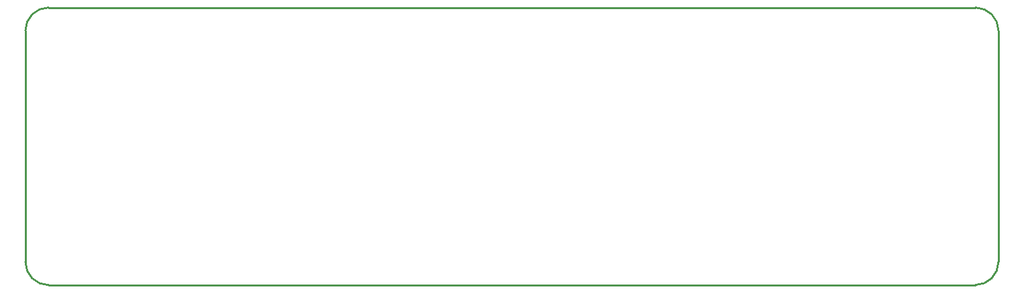
<source format=gko>
G04*
G04 #@! TF.GenerationSoftware,Altium Limited,Altium Designer,18.1.9 (240)*
G04*
G04 Layer_Color=16711935*
%FSLAX44Y44*%
%MOMM*%
G71*
G01*
G75*
%ADD12C,0.2540*%
D12*
X370000Y750000D02*
G03*
X400000Y720000I30000J0D01*
G01*
X1600000D02*
G03*
X1630000Y750000I0J30000D01*
G01*
Y1050000D02*
G03*
X1600000Y1080000I-30000J0D01*
G01*
X400000D02*
G03*
X370000Y1050000I0J-30000D01*
G01*
X1630000Y750000D02*
Y1050000D01*
X400000Y720000D02*
X1600000D01*
X400000Y1079750D02*
X1600000D01*
X370000Y750000D02*
Y1050000D01*
M02*

</source>
